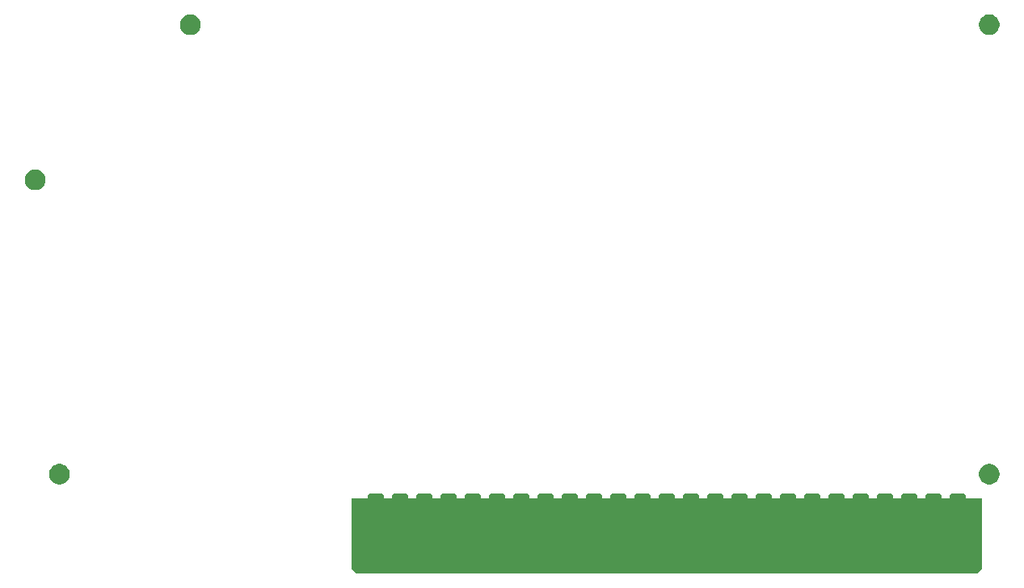
<source format=gbs>
G04 #@! TF.GenerationSoftware,KiCad,Pcbnew,(5.1.2-1)-1*
G04 #@! TF.CreationDate,2019-07-29T21:02:17-04:00*
G04 #@! TF.ProjectId,Mouserial,4d6f7573-6572-4696-916c-2e6b69636164,rev?*
G04 #@! TF.SameCoordinates,Original*
G04 #@! TF.FileFunction,Soldermask,Bot*
G04 #@! TF.FilePolarity,Negative*
%FSLAX46Y46*%
G04 Gerber Fmt 4.6, Leading zero omitted, Abs format (unit mm)*
G04 Created by KiCad (PCBNEW (5.1.2-1)-1) date 2019-07-29 21:02:17*
%MOMM*%
%LPD*%
G04 APERTURE LIST*
%ADD10C,0.100000*%
G04 APERTURE END LIST*
D10*
G36*
X139700000Y-139446000D02*
G01*
X139192000Y-139954000D01*
X74168000Y-139954000D01*
X73660000Y-139446000D01*
X73660000Y-132080000D01*
X139700000Y-132080000D01*
X139700000Y-139446000D01*
G37*
G36*
X137686355Y-131543544D02*
G01*
X137758967Y-131565570D01*
X137825881Y-131601336D01*
X137884531Y-131649469D01*
X137932664Y-131708119D01*
X137968430Y-131775033D01*
X137990456Y-131847645D01*
X137998200Y-131926267D01*
X137998200Y-138837733D01*
X137990456Y-138916355D01*
X137968430Y-138988967D01*
X137932664Y-139055881D01*
X137884531Y-139114531D01*
X137825881Y-139162664D01*
X137758967Y-139198430D01*
X137686355Y-139220456D01*
X137607733Y-139228200D01*
X136712267Y-139228200D01*
X136633645Y-139220456D01*
X136561033Y-139198430D01*
X136494119Y-139162664D01*
X136435469Y-139114531D01*
X136387336Y-139055881D01*
X136351570Y-138988967D01*
X136329544Y-138916355D01*
X136321800Y-138837733D01*
X136321800Y-131926267D01*
X136329544Y-131847645D01*
X136351570Y-131775033D01*
X136387336Y-131708119D01*
X136435469Y-131649469D01*
X136494119Y-131601336D01*
X136561033Y-131565570D01*
X136633645Y-131543544D01*
X136712267Y-131535800D01*
X137607733Y-131535800D01*
X137686355Y-131543544D01*
X137686355Y-131543544D01*
G37*
G36*
X135146355Y-131543544D02*
G01*
X135218967Y-131565570D01*
X135285881Y-131601336D01*
X135344531Y-131649469D01*
X135392664Y-131708119D01*
X135428430Y-131775033D01*
X135450456Y-131847645D01*
X135458200Y-131926267D01*
X135458200Y-138837733D01*
X135450456Y-138916355D01*
X135428430Y-138988967D01*
X135392664Y-139055881D01*
X135344531Y-139114531D01*
X135285881Y-139162664D01*
X135218967Y-139198430D01*
X135146355Y-139220456D01*
X135067733Y-139228200D01*
X134172267Y-139228200D01*
X134093645Y-139220456D01*
X134021033Y-139198430D01*
X133954119Y-139162664D01*
X133895469Y-139114531D01*
X133847336Y-139055881D01*
X133811570Y-138988967D01*
X133789544Y-138916355D01*
X133781800Y-138837733D01*
X133781800Y-131926267D01*
X133789544Y-131847645D01*
X133811570Y-131775033D01*
X133847336Y-131708119D01*
X133895469Y-131649469D01*
X133954119Y-131601336D01*
X134021033Y-131565570D01*
X134093645Y-131543544D01*
X134172267Y-131535800D01*
X135067733Y-131535800D01*
X135146355Y-131543544D01*
X135146355Y-131543544D01*
G37*
G36*
X132606355Y-131543544D02*
G01*
X132678967Y-131565570D01*
X132745881Y-131601336D01*
X132804531Y-131649469D01*
X132852664Y-131708119D01*
X132888430Y-131775033D01*
X132910456Y-131847645D01*
X132918200Y-131926267D01*
X132918200Y-138837733D01*
X132910456Y-138916355D01*
X132888430Y-138988967D01*
X132852664Y-139055881D01*
X132804531Y-139114531D01*
X132745881Y-139162664D01*
X132678967Y-139198430D01*
X132606355Y-139220456D01*
X132527733Y-139228200D01*
X131632267Y-139228200D01*
X131553645Y-139220456D01*
X131481033Y-139198430D01*
X131414119Y-139162664D01*
X131355469Y-139114531D01*
X131307336Y-139055881D01*
X131271570Y-138988967D01*
X131249544Y-138916355D01*
X131241800Y-138837733D01*
X131241800Y-131926267D01*
X131249544Y-131847645D01*
X131271570Y-131775033D01*
X131307336Y-131708119D01*
X131355469Y-131649469D01*
X131414119Y-131601336D01*
X131481033Y-131565570D01*
X131553645Y-131543544D01*
X131632267Y-131535800D01*
X132527733Y-131535800D01*
X132606355Y-131543544D01*
X132606355Y-131543544D01*
G37*
G36*
X130066355Y-131543544D02*
G01*
X130138967Y-131565570D01*
X130205881Y-131601336D01*
X130264531Y-131649469D01*
X130312664Y-131708119D01*
X130348430Y-131775033D01*
X130370456Y-131847645D01*
X130378200Y-131926267D01*
X130378200Y-138837733D01*
X130370456Y-138916355D01*
X130348430Y-138988967D01*
X130312664Y-139055881D01*
X130264531Y-139114531D01*
X130205881Y-139162664D01*
X130138967Y-139198430D01*
X130066355Y-139220456D01*
X129987733Y-139228200D01*
X129092267Y-139228200D01*
X129013645Y-139220456D01*
X128941033Y-139198430D01*
X128874119Y-139162664D01*
X128815469Y-139114531D01*
X128767336Y-139055881D01*
X128731570Y-138988967D01*
X128709544Y-138916355D01*
X128701800Y-138837733D01*
X128701800Y-131926267D01*
X128709544Y-131847645D01*
X128731570Y-131775033D01*
X128767336Y-131708119D01*
X128815469Y-131649469D01*
X128874119Y-131601336D01*
X128941033Y-131565570D01*
X129013645Y-131543544D01*
X129092267Y-131535800D01*
X129987733Y-131535800D01*
X130066355Y-131543544D01*
X130066355Y-131543544D01*
G37*
G36*
X127526355Y-131543544D02*
G01*
X127598967Y-131565570D01*
X127665881Y-131601336D01*
X127724531Y-131649469D01*
X127772664Y-131708119D01*
X127808430Y-131775033D01*
X127830456Y-131847645D01*
X127838200Y-131926267D01*
X127838200Y-138837733D01*
X127830456Y-138916355D01*
X127808430Y-138988967D01*
X127772664Y-139055881D01*
X127724531Y-139114531D01*
X127665881Y-139162664D01*
X127598967Y-139198430D01*
X127526355Y-139220456D01*
X127447733Y-139228200D01*
X126552267Y-139228200D01*
X126473645Y-139220456D01*
X126401033Y-139198430D01*
X126334119Y-139162664D01*
X126275469Y-139114531D01*
X126227336Y-139055881D01*
X126191570Y-138988967D01*
X126169544Y-138916355D01*
X126161800Y-138837733D01*
X126161800Y-131926267D01*
X126169544Y-131847645D01*
X126191570Y-131775033D01*
X126227336Y-131708119D01*
X126275469Y-131649469D01*
X126334119Y-131601336D01*
X126401033Y-131565570D01*
X126473645Y-131543544D01*
X126552267Y-131535800D01*
X127447733Y-131535800D01*
X127526355Y-131543544D01*
X127526355Y-131543544D01*
G37*
G36*
X124986355Y-131543544D02*
G01*
X125058967Y-131565570D01*
X125125881Y-131601336D01*
X125184531Y-131649469D01*
X125232664Y-131708119D01*
X125268430Y-131775033D01*
X125290456Y-131847645D01*
X125298200Y-131926267D01*
X125298200Y-138837733D01*
X125290456Y-138916355D01*
X125268430Y-138988967D01*
X125232664Y-139055881D01*
X125184531Y-139114531D01*
X125125881Y-139162664D01*
X125058967Y-139198430D01*
X124986355Y-139220456D01*
X124907733Y-139228200D01*
X124012267Y-139228200D01*
X123933645Y-139220456D01*
X123861033Y-139198430D01*
X123794119Y-139162664D01*
X123735469Y-139114531D01*
X123687336Y-139055881D01*
X123651570Y-138988967D01*
X123629544Y-138916355D01*
X123621800Y-138837733D01*
X123621800Y-131926267D01*
X123629544Y-131847645D01*
X123651570Y-131775033D01*
X123687336Y-131708119D01*
X123735469Y-131649469D01*
X123794119Y-131601336D01*
X123861033Y-131565570D01*
X123933645Y-131543544D01*
X124012267Y-131535800D01*
X124907733Y-131535800D01*
X124986355Y-131543544D01*
X124986355Y-131543544D01*
G37*
G36*
X122446355Y-131543544D02*
G01*
X122518967Y-131565570D01*
X122585881Y-131601336D01*
X122644531Y-131649469D01*
X122692664Y-131708119D01*
X122728430Y-131775033D01*
X122750456Y-131847645D01*
X122758200Y-131926267D01*
X122758200Y-138837733D01*
X122750456Y-138916355D01*
X122728430Y-138988967D01*
X122692664Y-139055881D01*
X122644531Y-139114531D01*
X122585881Y-139162664D01*
X122518967Y-139198430D01*
X122446355Y-139220456D01*
X122367733Y-139228200D01*
X121472267Y-139228200D01*
X121393645Y-139220456D01*
X121321033Y-139198430D01*
X121254119Y-139162664D01*
X121195469Y-139114531D01*
X121147336Y-139055881D01*
X121111570Y-138988967D01*
X121089544Y-138916355D01*
X121081800Y-138837733D01*
X121081800Y-131926267D01*
X121089544Y-131847645D01*
X121111570Y-131775033D01*
X121147336Y-131708119D01*
X121195469Y-131649469D01*
X121254119Y-131601336D01*
X121321033Y-131565570D01*
X121393645Y-131543544D01*
X121472267Y-131535800D01*
X122367733Y-131535800D01*
X122446355Y-131543544D01*
X122446355Y-131543544D01*
G37*
G36*
X119906355Y-131543544D02*
G01*
X119978967Y-131565570D01*
X120045881Y-131601336D01*
X120104531Y-131649469D01*
X120152664Y-131708119D01*
X120188430Y-131775033D01*
X120210456Y-131847645D01*
X120218200Y-131926267D01*
X120218200Y-138837733D01*
X120210456Y-138916355D01*
X120188430Y-138988967D01*
X120152664Y-139055881D01*
X120104531Y-139114531D01*
X120045881Y-139162664D01*
X119978967Y-139198430D01*
X119906355Y-139220456D01*
X119827733Y-139228200D01*
X118932267Y-139228200D01*
X118853645Y-139220456D01*
X118781033Y-139198430D01*
X118714119Y-139162664D01*
X118655469Y-139114531D01*
X118607336Y-139055881D01*
X118571570Y-138988967D01*
X118549544Y-138916355D01*
X118541800Y-138837733D01*
X118541800Y-131926267D01*
X118549544Y-131847645D01*
X118571570Y-131775033D01*
X118607336Y-131708119D01*
X118655469Y-131649469D01*
X118714119Y-131601336D01*
X118781033Y-131565570D01*
X118853645Y-131543544D01*
X118932267Y-131535800D01*
X119827733Y-131535800D01*
X119906355Y-131543544D01*
X119906355Y-131543544D01*
G37*
G36*
X117366355Y-131543544D02*
G01*
X117438967Y-131565570D01*
X117505881Y-131601336D01*
X117564531Y-131649469D01*
X117612664Y-131708119D01*
X117648430Y-131775033D01*
X117670456Y-131847645D01*
X117678200Y-131926267D01*
X117678200Y-138837733D01*
X117670456Y-138916355D01*
X117648430Y-138988967D01*
X117612664Y-139055881D01*
X117564531Y-139114531D01*
X117505881Y-139162664D01*
X117438967Y-139198430D01*
X117366355Y-139220456D01*
X117287733Y-139228200D01*
X116392267Y-139228200D01*
X116313645Y-139220456D01*
X116241033Y-139198430D01*
X116174119Y-139162664D01*
X116115469Y-139114531D01*
X116067336Y-139055881D01*
X116031570Y-138988967D01*
X116009544Y-138916355D01*
X116001800Y-138837733D01*
X116001800Y-131926267D01*
X116009544Y-131847645D01*
X116031570Y-131775033D01*
X116067336Y-131708119D01*
X116115469Y-131649469D01*
X116174119Y-131601336D01*
X116241033Y-131565570D01*
X116313645Y-131543544D01*
X116392267Y-131535800D01*
X117287733Y-131535800D01*
X117366355Y-131543544D01*
X117366355Y-131543544D01*
G37*
G36*
X114826355Y-131543544D02*
G01*
X114898967Y-131565570D01*
X114965881Y-131601336D01*
X115024531Y-131649469D01*
X115072664Y-131708119D01*
X115108430Y-131775033D01*
X115130456Y-131847645D01*
X115138200Y-131926267D01*
X115138200Y-138837733D01*
X115130456Y-138916355D01*
X115108430Y-138988967D01*
X115072664Y-139055881D01*
X115024531Y-139114531D01*
X114965881Y-139162664D01*
X114898967Y-139198430D01*
X114826355Y-139220456D01*
X114747733Y-139228200D01*
X113852267Y-139228200D01*
X113773645Y-139220456D01*
X113701033Y-139198430D01*
X113634119Y-139162664D01*
X113575469Y-139114531D01*
X113527336Y-139055881D01*
X113491570Y-138988967D01*
X113469544Y-138916355D01*
X113461800Y-138837733D01*
X113461800Y-131926267D01*
X113469544Y-131847645D01*
X113491570Y-131775033D01*
X113527336Y-131708119D01*
X113575469Y-131649469D01*
X113634119Y-131601336D01*
X113701033Y-131565570D01*
X113773645Y-131543544D01*
X113852267Y-131535800D01*
X114747733Y-131535800D01*
X114826355Y-131543544D01*
X114826355Y-131543544D01*
G37*
G36*
X112286355Y-131543544D02*
G01*
X112358967Y-131565570D01*
X112425881Y-131601336D01*
X112484531Y-131649469D01*
X112532664Y-131708119D01*
X112568430Y-131775033D01*
X112590456Y-131847645D01*
X112598200Y-131926267D01*
X112598200Y-138837733D01*
X112590456Y-138916355D01*
X112568430Y-138988967D01*
X112532664Y-139055881D01*
X112484531Y-139114531D01*
X112425881Y-139162664D01*
X112358967Y-139198430D01*
X112286355Y-139220456D01*
X112207733Y-139228200D01*
X111312267Y-139228200D01*
X111233645Y-139220456D01*
X111161033Y-139198430D01*
X111094119Y-139162664D01*
X111035469Y-139114531D01*
X110987336Y-139055881D01*
X110951570Y-138988967D01*
X110929544Y-138916355D01*
X110921800Y-138837733D01*
X110921800Y-131926267D01*
X110929544Y-131847645D01*
X110951570Y-131775033D01*
X110987336Y-131708119D01*
X111035469Y-131649469D01*
X111094119Y-131601336D01*
X111161033Y-131565570D01*
X111233645Y-131543544D01*
X111312267Y-131535800D01*
X112207733Y-131535800D01*
X112286355Y-131543544D01*
X112286355Y-131543544D01*
G37*
G36*
X109746355Y-131543544D02*
G01*
X109818967Y-131565570D01*
X109885881Y-131601336D01*
X109944531Y-131649469D01*
X109992664Y-131708119D01*
X110028430Y-131775033D01*
X110050456Y-131847645D01*
X110058200Y-131926267D01*
X110058200Y-138837733D01*
X110050456Y-138916355D01*
X110028430Y-138988967D01*
X109992664Y-139055881D01*
X109944531Y-139114531D01*
X109885881Y-139162664D01*
X109818967Y-139198430D01*
X109746355Y-139220456D01*
X109667733Y-139228200D01*
X108772267Y-139228200D01*
X108693645Y-139220456D01*
X108621033Y-139198430D01*
X108554119Y-139162664D01*
X108495469Y-139114531D01*
X108447336Y-139055881D01*
X108411570Y-138988967D01*
X108389544Y-138916355D01*
X108381800Y-138837733D01*
X108381800Y-131926267D01*
X108389544Y-131847645D01*
X108411570Y-131775033D01*
X108447336Y-131708119D01*
X108495469Y-131649469D01*
X108554119Y-131601336D01*
X108621033Y-131565570D01*
X108693645Y-131543544D01*
X108772267Y-131535800D01*
X109667733Y-131535800D01*
X109746355Y-131543544D01*
X109746355Y-131543544D01*
G37*
G36*
X107206355Y-131543544D02*
G01*
X107278967Y-131565570D01*
X107345881Y-131601336D01*
X107404531Y-131649469D01*
X107452664Y-131708119D01*
X107488430Y-131775033D01*
X107510456Y-131847645D01*
X107518200Y-131926267D01*
X107518200Y-138837733D01*
X107510456Y-138916355D01*
X107488430Y-138988967D01*
X107452664Y-139055881D01*
X107404531Y-139114531D01*
X107345881Y-139162664D01*
X107278967Y-139198430D01*
X107206355Y-139220456D01*
X107127733Y-139228200D01*
X106232267Y-139228200D01*
X106153645Y-139220456D01*
X106081033Y-139198430D01*
X106014119Y-139162664D01*
X105955469Y-139114531D01*
X105907336Y-139055881D01*
X105871570Y-138988967D01*
X105849544Y-138916355D01*
X105841800Y-138837733D01*
X105841800Y-131926267D01*
X105849544Y-131847645D01*
X105871570Y-131775033D01*
X105907336Y-131708119D01*
X105955469Y-131649469D01*
X106014119Y-131601336D01*
X106081033Y-131565570D01*
X106153645Y-131543544D01*
X106232267Y-131535800D01*
X107127733Y-131535800D01*
X107206355Y-131543544D01*
X107206355Y-131543544D01*
G37*
G36*
X104666355Y-131543544D02*
G01*
X104738967Y-131565570D01*
X104805881Y-131601336D01*
X104864531Y-131649469D01*
X104912664Y-131708119D01*
X104948430Y-131775033D01*
X104970456Y-131847645D01*
X104978200Y-131926267D01*
X104978200Y-138837733D01*
X104970456Y-138916355D01*
X104948430Y-138988967D01*
X104912664Y-139055881D01*
X104864531Y-139114531D01*
X104805881Y-139162664D01*
X104738967Y-139198430D01*
X104666355Y-139220456D01*
X104587733Y-139228200D01*
X103692267Y-139228200D01*
X103613645Y-139220456D01*
X103541033Y-139198430D01*
X103474119Y-139162664D01*
X103415469Y-139114531D01*
X103367336Y-139055881D01*
X103331570Y-138988967D01*
X103309544Y-138916355D01*
X103301800Y-138837733D01*
X103301800Y-131926267D01*
X103309544Y-131847645D01*
X103331570Y-131775033D01*
X103367336Y-131708119D01*
X103415469Y-131649469D01*
X103474119Y-131601336D01*
X103541033Y-131565570D01*
X103613645Y-131543544D01*
X103692267Y-131535800D01*
X104587733Y-131535800D01*
X104666355Y-131543544D01*
X104666355Y-131543544D01*
G37*
G36*
X102126355Y-131543544D02*
G01*
X102198967Y-131565570D01*
X102265881Y-131601336D01*
X102324531Y-131649469D01*
X102372664Y-131708119D01*
X102408430Y-131775033D01*
X102430456Y-131847645D01*
X102438200Y-131926267D01*
X102438200Y-138837733D01*
X102430456Y-138916355D01*
X102408430Y-138988967D01*
X102372664Y-139055881D01*
X102324531Y-139114531D01*
X102265881Y-139162664D01*
X102198967Y-139198430D01*
X102126355Y-139220456D01*
X102047733Y-139228200D01*
X101152267Y-139228200D01*
X101073645Y-139220456D01*
X101001033Y-139198430D01*
X100934119Y-139162664D01*
X100875469Y-139114531D01*
X100827336Y-139055881D01*
X100791570Y-138988967D01*
X100769544Y-138916355D01*
X100761800Y-138837733D01*
X100761800Y-131926267D01*
X100769544Y-131847645D01*
X100791570Y-131775033D01*
X100827336Y-131708119D01*
X100875469Y-131649469D01*
X100934119Y-131601336D01*
X101001033Y-131565570D01*
X101073645Y-131543544D01*
X101152267Y-131535800D01*
X102047733Y-131535800D01*
X102126355Y-131543544D01*
X102126355Y-131543544D01*
G37*
G36*
X99586355Y-131543544D02*
G01*
X99658967Y-131565570D01*
X99725881Y-131601336D01*
X99784531Y-131649469D01*
X99832664Y-131708119D01*
X99868430Y-131775033D01*
X99890456Y-131847645D01*
X99898200Y-131926267D01*
X99898200Y-138837733D01*
X99890456Y-138916355D01*
X99868430Y-138988967D01*
X99832664Y-139055881D01*
X99784531Y-139114531D01*
X99725881Y-139162664D01*
X99658967Y-139198430D01*
X99586355Y-139220456D01*
X99507733Y-139228200D01*
X98612267Y-139228200D01*
X98533645Y-139220456D01*
X98461033Y-139198430D01*
X98394119Y-139162664D01*
X98335469Y-139114531D01*
X98287336Y-139055881D01*
X98251570Y-138988967D01*
X98229544Y-138916355D01*
X98221800Y-138837733D01*
X98221800Y-131926267D01*
X98229544Y-131847645D01*
X98251570Y-131775033D01*
X98287336Y-131708119D01*
X98335469Y-131649469D01*
X98394119Y-131601336D01*
X98461033Y-131565570D01*
X98533645Y-131543544D01*
X98612267Y-131535800D01*
X99507733Y-131535800D01*
X99586355Y-131543544D01*
X99586355Y-131543544D01*
G37*
G36*
X97046355Y-131543544D02*
G01*
X97118967Y-131565570D01*
X97185881Y-131601336D01*
X97244531Y-131649469D01*
X97292664Y-131708119D01*
X97328430Y-131775033D01*
X97350456Y-131847645D01*
X97358200Y-131926267D01*
X97358200Y-138837733D01*
X97350456Y-138916355D01*
X97328430Y-138988967D01*
X97292664Y-139055881D01*
X97244531Y-139114531D01*
X97185881Y-139162664D01*
X97118967Y-139198430D01*
X97046355Y-139220456D01*
X96967733Y-139228200D01*
X96072267Y-139228200D01*
X95993645Y-139220456D01*
X95921033Y-139198430D01*
X95854119Y-139162664D01*
X95795469Y-139114531D01*
X95747336Y-139055881D01*
X95711570Y-138988967D01*
X95689544Y-138916355D01*
X95681800Y-138837733D01*
X95681800Y-131926267D01*
X95689544Y-131847645D01*
X95711570Y-131775033D01*
X95747336Y-131708119D01*
X95795469Y-131649469D01*
X95854119Y-131601336D01*
X95921033Y-131565570D01*
X95993645Y-131543544D01*
X96072267Y-131535800D01*
X96967733Y-131535800D01*
X97046355Y-131543544D01*
X97046355Y-131543544D01*
G37*
G36*
X94506355Y-131543544D02*
G01*
X94578967Y-131565570D01*
X94645881Y-131601336D01*
X94704531Y-131649469D01*
X94752664Y-131708119D01*
X94788430Y-131775033D01*
X94810456Y-131847645D01*
X94818200Y-131926267D01*
X94818200Y-138837733D01*
X94810456Y-138916355D01*
X94788430Y-138988967D01*
X94752664Y-139055881D01*
X94704531Y-139114531D01*
X94645881Y-139162664D01*
X94578967Y-139198430D01*
X94506355Y-139220456D01*
X94427733Y-139228200D01*
X93532267Y-139228200D01*
X93453645Y-139220456D01*
X93381033Y-139198430D01*
X93314119Y-139162664D01*
X93255469Y-139114531D01*
X93207336Y-139055881D01*
X93171570Y-138988967D01*
X93149544Y-138916355D01*
X93141800Y-138837733D01*
X93141800Y-131926267D01*
X93149544Y-131847645D01*
X93171570Y-131775033D01*
X93207336Y-131708119D01*
X93255469Y-131649469D01*
X93314119Y-131601336D01*
X93381033Y-131565570D01*
X93453645Y-131543544D01*
X93532267Y-131535800D01*
X94427733Y-131535800D01*
X94506355Y-131543544D01*
X94506355Y-131543544D01*
G37*
G36*
X91966355Y-131543544D02*
G01*
X92038967Y-131565570D01*
X92105881Y-131601336D01*
X92164531Y-131649469D01*
X92212664Y-131708119D01*
X92248430Y-131775033D01*
X92270456Y-131847645D01*
X92278200Y-131926267D01*
X92278200Y-138837733D01*
X92270456Y-138916355D01*
X92248430Y-138988967D01*
X92212664Y-139055881D01*
X92164531Y-139114531D01*
X92105881Y-139162664D01*
X92038967Y-139198430D01*
X91966355Y-139220456D01*
X91887733Y-139228200D01*
X90992267Y-139228200D01*
X90913645Y-139220456D01*
X90841033Y-139198430D01*
X90774119Y-139162664D01*
X90715469Y-139114531D01*
X90667336Y-139055881D01*
X90631570Y-138988967D01*
X90609544Y-138916355D01*
X90601800Y-138837733D01*
X90601800Y-131926267D01*
X90609544Y-131847645D01*
X90631570Y-131775033D01*
X90667336Y-131708119D01*
X90715469Y-131649469D01*
X90774119Y-131601336D01*
X90841033Y-131565570D01*
X90913645Y-131543544D01*
X90992267Y-131535800D01*
X91887733Y-131535800D01*
X91966355Y-131543544D01*
X91966355Y-131543544D01*
G37*
G36*
X89426355Y-131543544D02*
G01*
X89498967Y-131565570D01*
X89565881Y-131601336D01*
X89624531Y-131649469D01*
X89672664Y-131708119D01*
X89708430Y-131775033D01*
X89730456Y-131847645D01*
X89738200Y-131926267D01*
X89738200Y-138837733D01*
X89730456Y-138916355D01*
X89708430Y-138988967D01*
X89672664Y-139055881D01*
X89624531Y-139114531D01*
X89565881Y-139162664D01*
X89498967Y-139198430D01*
X89426355Y-139220456D01*
X89347733Y-139228200D01*
X88452267Y-139228200D01*
X88373645Y-139220456D01*
X88301033Y-139198430D01*
X88234119Y-139162664D01*
X88175469Y-139114531D01*
X88127336Y-139055881D01*
X88091570Y-138988967D01*
X88069544Y-138916355D01*
X88061800Y-138837733D01*
X88061800Y-131926267D01*
X88069544Y-131847645D01*
X88091570Y-131775033D01*
X88127336Y-131708119D01*
X88175469Y-131649469D01*
X88234119Y-131601336D01*
X88301033Y-131565570D01*
X88373645Y-131543544D01*
X88452267Y-131535800D01*
X89347733Y-131535800D01*
X89426355Y-131543544D01*
X89426355Y-131543544D01*
G37*
G36*
X86886355Y-131543544D02*
G01*
X86958967Y-131565570D01*
X87025881Y-131601336D01*
X87084531Y-131649469D01*
X87132664Y-131708119D01*
X87168430Y-131775033D01*
X87190456Y-131847645D01*
X87198200Y-131926267D01*
X87198200Y-138837733D01*
X87190456Y-138916355D01*
X87168430Y-138988967D01*
X87132664Y-139055881D01*
X87084531Y-139114531D01*
X87025881Y-139162664D01*
X86958967Y-139198430D01*
X86886355Y-139220456D01*
X86807733Y-139228200D01*
X85912267Y-139228200D01*
X85833645Y-139220456D01*
X85761033Y-139198430D01*
X85694119Y-139162664D01*
X85635469Y-139114531D01*
X85587336Y-139055881D01*
X85551570Y-138988967D01*
X85529544Y-138916355D01*
X85521800Y-138837733D01*
X85521800Y-131926267D01*
X85529544Y-131847645D01*
X85551570Y-131775033D01*
X85587336Y-131708119D01*
X85635469Y-131649469D01*
X85694119Y-131601336D01*
X85761033Y-131565570D01*
X85833645Y-131543544D01*
X85912267Y-131535800D01*
X86807733Y-131535800D01*
X86886355Y-131543544D01*
X86886355Y-131543544D01*
G37*
G36*
X84346355Y-131543544D02*
G01*
X84418967Y-131565570D01*
X84485881Y-131601336D01*
X84544531Y-131649469D01*
X84592664Y-131708119D01*
X84628430Y-131775033D01*
X84650456Y-131847645D01*
X84658200Y-131926267D01*
X84658200Y-138837733D01*
X84650456Y-138916355D01*
X84628430Y-138988967D01*
X84592664Y-139055881D01*
X84544531Y-139114531D01*
X84485881Y-139162664D01*
X84418967Y-139198430D01*
X84346355Y-139220456D01*
X84267733Y-139228200D01*
X83372267Y-139228200D01*
X83293645Y-139220456D01*
X83221033Y-139198430D01*
X83154119Y-139162664D01*
X83095469Y-139114531D01*
X83047336Y-139055881D01*
X83011570Y-138988967D01*
X82989544Y-138916355D01*
X82981800Y-138837733D01*
X82981800Y-131926267D01*
X82989544Y-131847645D01*
X83011570Y-131775033D01*
X83047336Y-131708119D01*
X83095469Y-131649469D01*
X83154119Y-131601336D01*
X83221033Y-131565570D01*
X83293645Y-131543544D01*
X83372267Y-131535800D01*
X84267733Y-131535800D01*
X84346355Y-131543544D01*
X84346355Y-131543544D01*
G37*
G36*
X81806355Y-131543544D02*
G01*
X81878967Y-131565570D01*
X81945881Y-131601336D01*
X82004531Y-131649469D01*
X82052664Y-131708119D01*
X82088430Y-131775033D01*
X82110456Y-131847645D01*
X82118200Y-131926267D01*
X82118200Y-138837733D01*
X82110456Y-138916355D01*
X82088430Y-138988967D01*
X82052664Y-139055881D01*
X82004531Y-139114531D01*
X81945881Y-139162664D01*
X81878967Y-139198430D01*
X81806355Y-139220456D01*
X81727733Y-139228200D01*
X80832267Y-139228200D01*
X80753645Y-139220456D01*
X80681033Y-139198430D01*
X80614119Y-139162664D01*
X80555469Y-139114531D01*
X80507336Y-139055881D01*
X80471570Y-138988967D01*
X80449544Y-138916355D01*
X80441800Y-138837733D01*
X80441800Y-131926267D01*
X80449544Y-131847645D01*
X80471570Y-131775033D01*
X80507336Y-131708119D01*
X80555469Y-131649469D01*
X80614119Y-131601336D01*
X80681033Y-131565570D01*
X80753645Y-131543544D01*
X80832267Y-131535800D01*
X81727733Y-131535800D01*
X81806355Y-131543544D01*
X81806355Y-131543544D01*
G37*
G36*
X79266355Y-131543544D02*
G01*
X79338967Y-131565570D01*
X79405881Y-131601336D01*
X79464531Y-131649469D01*
X79512664Y-131708119D01*
X79548430Y-131775033D01*
X79570456Y-131847645D01*
X79578200Y-131926267D01*
X79578200Y-138837733D01*
X79570456Y-138916355D01*
X79548430Y-138988967D01*
X79512664Y-139055881D01*
X79464531Y-139114531D01*
X79405881Y-139162664D01*
X79338967Y-139198430D01*
X79266355Y-139220456D01*
X79187733Y-139228200D01*
X78292267Y-139228200D01*
X78213645Y-139220456D01*
X78141033Y-139198430D01*
X78074119Y-139162664D01*
X78015469Y-139114531D01*
X77967336Y-139055881D01*
X77931570Y-138988967D01*
X77909544Y-138916355D01*
X77901800Y-138837733D01*
X77901800Y-131926267D01*
X77909544Y-131847645D01*
X77931570Y-131775033D01*
X77967336Y-131708119D01*
X78015469Y-131649469D01*
X78074119Y-131601336D01*
X78141033Y-131565570D01*
X78213645Y-131543544D01*
X78292267Y-131535800D01*
X79187733Y-131535800D01*
X79266355Y-131543544D01*
X79266355Y-131543544D01*
G37*
G36*
X76726355Y-131543544D02*
G01*
X76798967Y-131565570D01*
X76865881Y-131601336D01*
X76924531Y-131649469D01*
X76972664Y-131708119D01*
X77008430Y-131775033D01*
X77030456Y-131847645D01*
X77038200Y-131926267D01*
X77038200Y-138837733D01*
X77030456Y-138916355D01*
X77008430Y-138988967D01*
X76972664Y-139055881D01*
X76924531Y-139114531D01*
X76865881Y-139162664D01*
X76798967Y-139198430D01*
X76726355Y-139220456D01*
X76647733Y-139228200D01*
X75752267Y-139228200D01*
X75673645Y-139220456D01*
X75601033Y-139198430D01*
X75534119Y-139162664D01*
X75475469Y-139114531D01*
X75427336Y-139055881D01*
X75391570Y-138988967D01*
X75369544Y-138916355D01*
X75361800Y-138837733D01*
X75361800Y-131926267D01*
X75369544Y-131847645D01*
X75391570Y-131775033D01*
X75427336Y-131708119D01*
X75475469Y-131649469D01*
X75534119Y-131601336D01*
X75601033Y-131565570D01*
X75673645Y-131543544D01*
X75752267Y-131535800D01*
X76647733Y-131535800D01*
X76726355Y-131543544D01*
X76726355Y-131543544D01*
G37*
G36*
X43366914Y-128505157D02*
G01*
X43562777Y-128586286D01*
X43739033Y-128704057D01*
X43888943Y-128853967D01*
X44006714Y-129030223D01*
X44087843Y-129226086D01*
X44129200Y-129434004D01*
X44129200Y-129645996D01*
X44087843Y-129853914D01*
X44006714Y-130049777D01*
X43888943Y-130226033D01*
X43739033Y-130375943D01*
X43562777Y-130493714D01*
X43366914Y-130574843D01*
X43158996Y-130616200D01*
X42947004Y-130616200D01*
X42739086Y-130574843D01*
X42543223Y-130493714D01*
X42366967Y-130375943D01*
X42217057Y-130226033D01*
X42099286Y-130049777D01*
X42018157Y-129853914D01*
X41976800Y-129645996D01*
X41976800Y-129434004D01*
X42018157Y-129226086D01*
X42099286Y-129030223D01*
X42217057Y-128853967D01*
X42366967Y-128704057D01*
X42543223Y-128586286D01*
X42739086Y-128505157D01*
X42947004Y-128463800D01*
X43158996Y-128463800D01*
X43366914Y-128505157D01*
X43366914Y-128505157D01*
G37*
G36*
X140775914Y-128505157D02*
G01*
X140971777Y-128586286D01*
X141148033Y-128704057D01*
X141297943Y-128853967D01*
X141415714Y-129030223D01*
X141496843Y-129226086D01*
X141538200Y-129434004D01*
X141538200Y-129645996D01*
X141496843Y-129853914D01*
X141415714Y-130049777D01*
X141297943Y-130226033D01*
X141148033Y-130375943D01*
X140971777Y-130493714D01*
X140775914Y-130574843D01*
X140567996Y-130616200D01*
X140356004Y-130616200D01*
X140148086Y-130574843D01*
X139952223Y-130493714D01*
X139775967Y-130375943D01*
X139626057Y-130226033D01*
X139508286Y-130049777D01*
X139427157Y-129853914D01*
X139385800Y-129645996D01*
X139385800Y-129434004D01*
X139427157Y-129226086D01*
X139508286Y-129030223D01*
X139626057Y-128853967D01*
X139775967Y-128704057D01*
X139952223Y-128586286D01*
X140148086Y-128505157D01*
X140356004Y-128463800D01*
X140567996Y-128463800D01*
X140775914Y-128505157D01*
X140775914Y-128505157D01*
G37*
G36*
X40826914Y-97644157D02*
G01*
X41022777Y-97725286D01*
X41199033Y-97843057D01*
X41348943Y-97992967D01*
X41466714Y-98169223D01*
X41547843Y-98365086D01*
X41589200Y-98573004D01*
X41589200Y-98784996D01*
X41547843Y-98992914D01*
X41466714Y-99188777D01*
X41348943Y-99365033D01*
X41199033Y-99514943D01*
X41022777Y-99632714D01*
X40826914Y-99713843D01*
X40618996Y-99755200D01*
X40407004Y-99755200D01*
X40199086Y-99713843D01*
X40003223Y-99632714D01*
X39826967Y-99514943D01*
X39677057Y-99365033D01*
X39559286Y-99188777D01*
X39478157Y-98992914D01*
X39436800Y-98784996D01*
X39436800Y-98573004D01*
X39478157Y-98365086D01*
X39559286Y-98169223D01*
X39677057Y-97992967D01*
X39826967Y-97843057D01*
X40003223Y-97725286D01*
X40199086Y-97644157D01*
X40407004Y-97602800D01*
X40618996Y-97602800D01*
X40826914Y-97644157D01*
X40826914Y-97644157D01*
G37*
G36*
X57082914Y-81388157D02*
G01*
X57278777Y-81469286D01*
X57455033Y-81587057D01*
X57604943Y-81736967D01*
X57722714Y-81913223D01*
X57803843Y-82109086D01*
X57845200Y-82317004D01*
X57845200Y-82528996D01*
X57803843Y-82736914D01*
X57722714Y-82932777D01*
X57604943Y-83109033D01*
X57455033Y-83258943D01*
X57278777Y-83376714D01*
X57082914Y-83457843D01*
X56874996Y-83499200D01*
X56663004Y-83499200D01*
X56455086Y-83457843D01*
X56259223Y-83376714D01*
X56082967Y-83258943D01*
X55933057Y-83109033D01*
X55815286Y-82932777D01*
X55734157Y-82736914D01*
X55692800Y-82528996D01*
X55692800Y-82317004D01*
X55734157Y-82109086D01*
X55815286Y-81913223D01*
X55933057Y-81736967D01*
X56082967Y-81587057D01*
X56259223Y-81469286D01*
X56455086Y-81388157D01*
X56663004Y-81346800D01*
X56874996Y-81346800D01*
X57082914Y-81388157D01*
X57082914Y-81388157D01*
G37*
G36*
X140775914Y-81388157D02*
G01*
X140971777Y-81469286D01*
X141148033Y-81587057D01*
X141297943Y-81736967D01*
X141415714Y-81913223D01*
X141496843Y-82109086D01*
X141538200Y-82317004D01*
X141538200Y-82528996D01*
X141496843Y-82736914D01*
X141415714Y-82932777D01*
X141297943Y-83109033D01*
X141148033Y-83258943D01*
X140971777Y-83376714D01*
X140775914Y-83457843D01*
X140567996Y-83499200D01*
X140356004Y-83499200D01*
X140148086Y-83457843D01*
X139952223Y-83376714D01*
X139775967Y-83258943D01*
X139626057Y-83109033D01*
X139508286Y-82932777D01*
X139427157Y-82736914D01*
X139385800Y-82528996D01*
X139385800Y-82317004D01*
X139427157Y-82109086D01*
X139508286Y-81913223D01*
X139626057Y-81736967D01*
X139775967Y-81587057D01*
X139952223Y-81469286D01*
X140148086Y-81388157D01*
X140356004Y-81346800D01*
X140567996Y-81346800D01*
X140775914Y-81388157D01*
X140775914Y-81388157D01*
G37*
M02*

</source>
